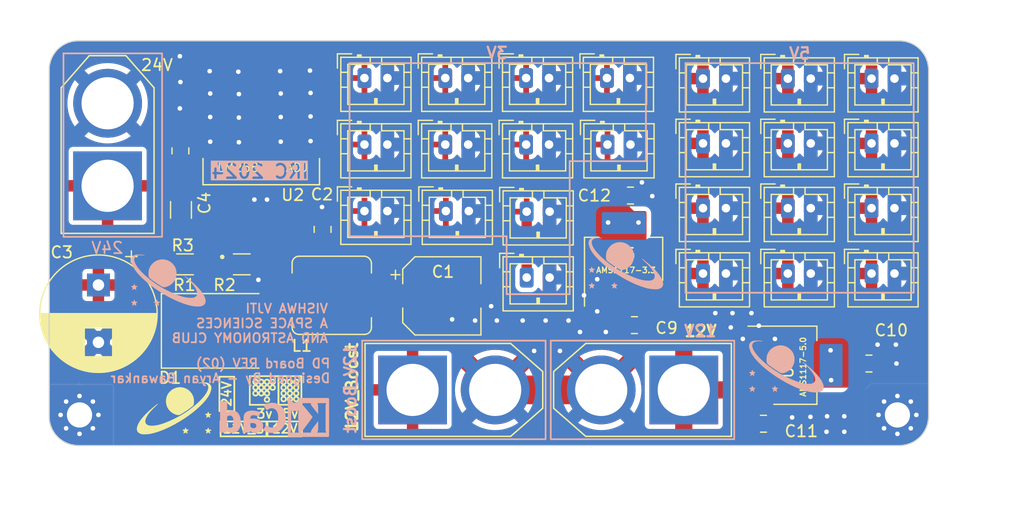
<source format=kicad_pcb>
(kicad_pcb (version 20221018) (generator pcbnew)
  (title_block (title "Power Distribution Board") (date "2023-12-03") (rev "V04") (company "Vishwa VJTI") (comment 1 "Author: Aryan Bawankar"))
  (layers (0 "F.Cu" signal) (31 "B.Cu" signal) (34 "B.Paste" user) (35 "F.Paste" user) (36 "B.SilkS" user "B.Silkscreen") (37 "F.SilkS" user "F.Silkscreen") (38 "B.Mask" user) (39 "F.Mask" user) (44 "Edge.Cuts" user))
  (net 0 "")
  (net 1 "+12V")
  (net 2 "GND")
  (net 3 "/24V")
  (net 4 "Net-(C4-Pad1)")
  (net 5 "/5V")
  (net 6 "/3.3V")
  (net 7 "Net-(D1-A)")
  (net 8 "/fb_24")
  (net 9 "/comp")
  (net 10 "/Vin_Boost")
  (footprint "Resistor_SMD:R_1206_3216Metric" (layer "F.Cu") (at 207.5 91.85)
    (fp_text reference "R2" (at -1.5 1.8) (layer "F.SilkS"))
    (fp_text value "2k")
    (pad "1" smd roundrect (at -1.4625 0) (size 1.125 1.75) (layers "F.Cu" "F.Paste" "F.Mask") (roundrect_rratio 0.2222222222) (net 8 "/fb_24"))
    (pad "2" smd roundrect (at 1.4625 0) (size 1.125 1.75) (layers "F.Cu" "F.Paste" "F.Mask") (roundrect_rratio 0.2222222222) (net 2 "GND"))
  )
  (footprint "Inductor_SMD:L_Bourns_SRP7028A_7.3x6.6mm" (layer "F.Cu") (at 215.35 94.55 180)
    (fp_text reference "L1" (at 2.6 -4.4) (layer "F.SilkS"))
    (fp_text value "33uH")
    (pad "1" smd rect (at -2.725 0 180) (size 2.95 3.5) (layers "F.Cu" "F.Paste" "F.Mask") (net 10 "/Vin_Boost"))
    (pad "2" smd rect (at 2.725 0 180) (size 2.95 3.5) (layers "F.Cu" "F.Paste" "F.Mask") (net 7 "Net-(D1-A)"))
  )
  (footprint "Connector_JST:JST_PH_B2B-PH-K_1x02_P2.00mm_Vertical" (layer "F.Cu") (at 239.4 81.4)
    (fp_text reference "P16" hide)
    (fp_text value "B2B-PH-K")
    (pad "1" thru_hole roundrect (at 0 0) (size 1.2 1.75) (drill 0.75) (layers "*.Cu" "*.Mask") (roundrect_rratio 0.2083333333) (net 6 "/3.3V"))
    (pad "2" thru_hole oval (at 2 0) (size 1.2 1.75) (drill 0.75) (layers "*.Cu" "*.Mask") (net 2 "GND"))
  )
  (footprint "Connector_JST:JST_PH_B2B-PH-K_1x02_P2.00mm_Vertical" (layer "F.Cu") (at 255.125 86.95)
    (fp_text reference "P19" hide)
    (fp_text value "B2B-PH-K")
    (pad "1" thru_hole roundrect (at 0 0) (size 1.2 1.75) (drill 0.75) (layers "*.Cu" "*.Mask") (roundrect_rratio 0.2083333333) (net 5 "/5V"))
    (pad "2" thru_hole oval (at 2 0) (size 1.2 1.75) (drill 0.75) (layers "*.Cu" "*.Mask") (net 2 "GND"))
  )
  (footprint "XT60-M:AMASS_XT60-M" (layer "F.Cu") (at 242.45 102.8 180)
    (fp_text reference "J1" hide)
    (fp_text value "XT60PW-M")
    (pad "N" thru_hole circle (at 3.6 0 180) (size 6 6) (drill 4.55) (layers "*.Cu" "*.Mask") (net 2 "GND"))
    (pad "P" thru_hole rect (at -3.6 0 180) (size 6 6) (drill 4.55) (layers "*.Cu" "*.Mask") (net 1 "+12V"))
  )
  (footprint "MountingHole:MountingHole_2.2mm_M2_Pad_Via" (layer "F.Cu") (at 193.35 104.983274)
    (fp_text reference "H2" hide)
    (fp_text value "MountingHole_Pad")
    (pad "1" thru_hole circle (at -1.65 0) (size 0.7 0.7) (drill 0.4) (layers "*.Cu" "*.Mask") (net 2 "GND"))
    (pad "1" thru_hole circle (at -1.166726 -1.166726) (size 0.7 0.7) (drill 0.4) (layers "*.Cu" "*.Mask") (net 2 "GND"))
    (pad "1" thru_hole circle (at -1.166726 1.166726) (size 0.7 0.7) (drill 0.4) (layers "*.Cu" "*.Mask") (net 2 "GND"))
    (pad "1" thru_hole circle (at 0 -1.65) (size 0.7 0.7) (drill 0.4) (layers "*.Cu" "*.Mask") (net 2 "GND"))
    (pad "1" thru_hole circle (at 0 0) (size 4.4 4.4) (drill 2.2) (layers "*.Cu" "*.Mask") (net 2 "GND"))
    (pad "1" thru_hole circle (at 0 1.65) (size 0.7 0.7) (drill 0.4) (layers "*.Cu" "*.Mask") (net 2 "GND"))
    (pad "1" thru_hole circle (at 1.166726 -1.166726) (size 0.7 0.7) (drill 0.4) (layers "*.Cu" "*.Mask") (net 2 "GND"))
    (pad "1" thru_hole circle (at 1.166726 1.166726) (size 0.7 0.7) (drill 0.4) (layers "*.Cu" "*.Mask") (net 2 "GND"))
    (pad "1" thru_hole circle (at 1.65 0) (size 0.7 0.7) (drill 0.4) (layers "*.Cu" "*.Mask") (net 2 "GND"))
  )
  (footprint "Connector_JST:JST_PH_B2B-PH-K_1x02_P2.00mm_Vertical" (layer "F.Cu") (at 262.425 86.95)
    (fp_text reference "P7" hide)
    (fp_text value "B2B-PH-K")
    (pad "1" thru_hole roundrect (at 0 0) (size 1.2 1.75) (drill 0.75) (layers "*.Cu" "*.Mask") (roundrect_rratio 0.2083333333) (net 5 "/5V"))
    (pad "2" thru_hole oval (at 2 0) (size 1.2 1.75) (drill 0.75) (layers "*.Cu" "*.Mask") (net 2 "GND"))
  )
  (footprint "Resistor_SMD:R_1206_3216Metric" (layer "F.Cu") (at 202.55 91.85)
    (fp_text reference "R1" (at -0.05 1.8) (layer "F.SilkS"))
    (fp_text value "36.9k")
    (pad "1" smd roundrect (at -1.4625 0) (size 1.125 1.75) (layers "F.Cu" "F.Paste" "F.Mask") (roundrect_rratio 0.2222222222) (net 3 "/24V"))
    (pad "2" smd roundrect (at 1.4625 0) (size 1.125 1.75) (layers "F.Cu" "F.Paste" "F.Mask") (roundrect_rratio 0.2222222222) (net 8 "/fb_24"))
  )
  (footprint "Logos:VISHWA_3" (layer "F.Cu") (at 201.6 104.4)
    (fp_text reference "G***" hide)
    (fp_text value "LOGO" hide)
  )
  (footprint "Connector_JST:JST_PH_B2B-PH-K_1x02_P2.00mm_Vertical" (layer "F.Cu") (at 232.35 93)
    (fp_text reference "P24" hide)
    (fp_text value "B2B-PH-K")
    (pad "1" thru_hole roundrect (at 0 0) (size 1.2 1.75) (drill 0.75) (layers "*.Cu" "*.Mask") (roundrect_rratio 0.2083333333) (net 6 "/3.3V"))
    (pad "2" thru_hole oval (at 2 0) (size 1.2 1.75) (drill 0.75) (layers "*.Cu" "*.Mask") (net 2 "GND"))
  )
  (footprint "Connector_JST:JST_PH_B2B-PH-K_1x02_P2.00mm_Vertical" (layer "F.Cu") (at 247.725 81.3)
    (fp_text reference "P26" hide)
    (fp_text value "B2B-PH-K")
    (pad "1" thru_hole roundrect (at 0 0) (size 1.2 1.75) (drill 0.75) (layers "*.Cu" "*.Mask") (roundrect_rratio 0.2083333333) (net 5 "/5V"))
    (pad "2" thru_hole oval (at 2 0) (size 1.2 1.75) (drill 0.75) (layers "*.Cu" "*.Mask") (net 2 "GND"))
  )
  (footprint "Connector_JST:JST_PH_B2B-PH-K_1x02_P2.00mm_Vertical" (layer "F.Cu") (at 218.2 81.4)
    (fp_text reference "P13" hide)
    (fp_text value "B2B-PH-K")
    (pad "1" thru_hole roundrect (at 0 0) (size 1.2 1.75) (drill 0.75) (layers "*.Cu" "*.Mask") (roundrect_rratio 0.2083333333) (net 6 "/3.3V"))
    (pad "2" thru_hole oval (at 2 0) (size 1.2 1.75) (drill 0.75) (layers "*.Cu" "*.Mask") (net 2 "GND"))
  )
  (footprint "MountingHole:MountingHole_2.2mm_M2_Pad_Via" (layer "F.Cu") (at 264.683274 104.983274)
    (fp_text reference "H1" hide)
    (fp_text value "MountingHole_Pad")
    (pad "1" thru_hole circle (at -1.65 0) (size 0.7 0.7) (drill 0.4) (layers "*.Cu" "*.Mask") (net 2 "GND"))
    (pad "1" thru_hole circle (at -1.166726 -1.166726) (size 0.7 0.7) (drill 0.4) (layers "*.Cu" "*.Mask") (net 2 "GND"))
    (pad "1" thru_hole circle (at -1.166726 1.166726) (size 0.7 0.7) (drill 0.4) (layers "*.Cu" "*.Mask") (net 2 "GND"))
    (pad "1" thru_hole circle (at 0 -1.65) (size 0.7 0.7) (drill 0.4) (layers "*.Cu" "*.Mask") (net 2 "GND"))
    (pad "1" thru_hole circle (at 0 0) (size 4.4 4.4) (drill 2.2) (layers "*.Cu" "*.Mask") (net 2 "GND"))
    (pad "1" thru_hole circle (at 0 1.65) (size 0.7 0.7) (drill 0.4) (layers "*.Cu" "*.Mask") (net 2 "GND"))
    (pad "1" thru_hole circle (at 1.166726 -1.166726) (size 0.7 0.7) (drill 0.4) (layers "*.Cu" "*.Mask") (net 2 "GND"))
    (pad "1" thru_hole circle (at 1.166726 1.166726) (size 0.7 0.7) (drill 0.4) (layers "*.Cu" "*.Mask") (net 2 "GND"))
    (pad "1" thru_hole circle (at 1.65 0) (size 0.7 0.7) (drill 0.4) (layers "*.Cu" "*.Mask") (net 2 "GND"))
  )
  (footprint "Connector_JST:JST_PH_B2B-PH-K_1x02_P2.00mm_Vertical" (layer "F.Cu") (at 255.125 75.65)
    (fp_text reference "P17" hide)
    (fp_text value "B2B-PH-K")
    (pad "1" thru_hole roundrect (at 0 0) (size 1.2 1.75) (drill 0.75) (layers "*.Cu" "*.Mask") (roundrect_rratio 0.2083333333) (net 5 "/5V"))
    (pad "2" thru_hole oval (at 2 0) (size 1.2 1.75) (drill 0.75) (layers "*.Cu" "*.Mask") (net 2 "GND"))
  )
  (footprint "Package_TO_SOT_SMD:SOT-223-3_TabPin2" (layer "F.Cu") (at 240.8 91.4 90)
    (fp_text reference "U5" (at 0.45 0.05 180) (layer "F.SilkS"))
    (fp_text value "AMS1117-3.3")
    (fp_text user "AMS1117-3.3" (at -1.25 -2.45 unlocked) (layer "F.SilkS") (effects (font (size 0.5 0.5) (thickness 0.1)) (justify left bottom)))
    (pad "1" smd rect (at -3.15 -2.3 90) (size 2 1.5) (layers "F.Cu" "F.Paste" "F.Mask") (net 2 "GND"))
    (pad "2" smd rect (at -3.15 0 90) (size 2 1.5) (layers "F.Cu" "F.Paste" "F.Mask") (net 6 "/3.3V"))
    (pad "2" smd rect (at 3.15 0 90) (size 2 3.8) (layers "F.Cu" "F.Paste" "F.Mask") (net 6 "/3.3V"))
    (pad "3" smd rect (at -3.15 2.3 90) (size 2 1.5) (layers "F.Cu" "F.Paste" "F.Mask") (net 1 "+12V"))
  )
  (footprint "Capacitor_SMD:C_0805_2012Metric" (layer "F.Cu") (at 214.55 88.8 90)
    (fp_text reference "C2" (at 3.05 -0.05 180) (layer "F.SilkS"))
    (fp_text value "0.1uF")
    (pad "1" smd roundrect (at -0.95 0 90) (size 1 1.45) (layers "F.Cu" "F.Paste" "F.Mask") (net 10 "/Vin_Boost"))
    (pad "2" smd roundrect (at 0.95 0 90) (size 1 1.45) (layers "F.Cu" "F.Paste" "F.Mask") (net 2 "GND"))
  )
  (footprint "Connector_JST:JST_PH_B2B-PH-K_1x02_P2.00mm_Vertical" (layer "F.Cu") (at 218.2 87.2)
    (fp_text reference "P21" hide)
    (fp_text value "B2B-PH-K")
    (pad "1" thru_hole roundrect (at 0 0) (size 1.2 1.75) (drill 0.75) (layers "*.Cu" "*.Mask") (roundrect_rratio 0.2083333333) (net 6 "/3.3V"))
    (pad "2" thru_hole oval (at 2 0) (size 1.2 1.75) (drill 0.75) (layers "*.Cu" "*.Mask") (net 2 "GND"))
  )
  (footprint "Connector_JST:JST_PH_B2B-PH-K_1x02_P2.00mm_Vertical" (layer "F.Cu") (at 247.725 75.65)
    (fp_text reference "P25" hide)
    (fp_text value "B2B-PH-K")
    (pad "1" thru_hole roundrect (at 0 0) (size 1.2 1.75) (drill 0.75) (layers "*.Cu" "*.Mask") (roundrect_rratio 0.2083333333) (net 5 "/5V"))
    (pad "2" thru_hole oval (at 2 0) (size 1.2 1.75) (drill 0.75) (layers "*.Cu" "*.Mask") (net 2 "GND"))
  )
  (footprint "Connector_JST:JST_PH_B2B-PH-K_1x02_P2.00mm_Vertical" (layer "F.Cu") (at 232.35 87.25)
    (fp_text reference "P23" hide)
    (fp_text value "B2B-PH-K")
    (pad "1" thru_hole roundrect (at 0 0) (size 1.2 1.75) (drill 0.75) (layers "*.Cu" "*.Mask") (roundrect_rratio 0.2083333333) (net 6 "/3.3V"))
    (pad "2" thru_hole oval (at 2 0) (size 1.2 1.75) (drill 0.75) (layers "*.Cu" "*.Mask") (net 2 "GND"))
  )
  (footprint "Connector_JST:JST_PH_B2B-PH-K_1x02_P2.00mm_Vertical" (layer "F.Cu") (at 239.35 75.6)
    (fp_text reference "P4" hide)
    (fp_text value "B2B-PH-K")
    (pad "1" thru_hole roundrect (at 0 0) (size 1.2 1.75) (drill 0.75) (layers "*.Cu" "*.Mask") (roundrect_rratio 0.2083333333) (net 6 "/3.3V"))
    (pad "2" thru_hole oval (at 2 0) (size 1.2 1.75) (drill 0.75) (layers "*.Cu" "*.Mask") (net 2 "GND"))
  )
  (footprint "Connector_JST:JST_PH_B2B-PH-K_1x02_P2.00mm_Vertical" (layer "F.Cu") (at 225.3 87.2)
    (fp_text reference "P22" hide)
    (fp_text value "B2B-PH-K")
    (pad "1" thru_hole roundrect (at 0 0) (size 1.2 1.75) (drill 0.75) (layers "*.Cu" "*.Mask") (roundrect_rratio 0.2083333333) (net 6 "/3.3V"))
    (pad "2" thru_hole oval (at 2 0) (size 1.2 1.75) (drill 0.75) (layers "*.Cu" "*.Mask") (net 2 "GND"))
  )
  (footprint "Connector_JST:JST_PH_B2B-PH-K_1x02_P2.00mm_Vertical" (layer "F.Cu") (at 225.25 81.4)
    (fp_text reference "P14" hide)
    (fp_text value "B2B-PH-K")
    (pad "1" thru_hole roundrect (at 0 0) (size 1.2 1.75) (drill 0.75) (layers "*.Cu" "*.Mask") (roundrect_rratio 0.2083333333) (net 6 "/3.3V"))
    (pad "2" thru_hole oval (at 2 0) (size 1.2 1.75) (drill 0.75) (layers "*.Cu" "*.Mask") (net 2 "GND"))
  )
  (footprint "Capacitor_SMD:C_0805_2012Metric" (layer "F.Cu") (at 202.15 81.95 90)
    (fp_text reference "C4" (at -4.55 2.1 90) (layer "F.SilkS"))
    (fp_text value "0.68uF")
    (pad "1" smd roundrect (at -0.95 0 90) (size 1 1.45) (layers "F.Cu" "F.Paste" "F.Mask") (net 4 "Net-(C4-Pad1)"))
    (pad "2" smd roundrect (at 0.95 0 90) (size 1 1.45) (layers "F.Cu" "F.Paste" "F.Mask") (net 2 "GND"))
  )
  (footprint "Capacitor_SMD:CP_Elec_6.3x7.7" (layer "F.Cu") (at 224.95 94.6)
    (fp_text reference "C1" (at 0.1 -2.1) (layer "F.SilkS"))
    (fp_text value "100uF")
    (pad "1" smd roundrect (at -2.7 0) (size 3.5 1.6) (layers "F.Cu" "F.Paste" "F.Mask") (roundrect_rratio 0.15625) (net 10 "/Vin_Boost"))
    (pad "2" smd roundrect (at 2.7 0) (size 3.5 1.6) (layers "F.Cu" "F.Paste" "F.Mask") (roundrect_rratio 0.15625) (net 2 "GND"))
  )
  (footprint "Connector_JST:JST_PH_B2B-PH-K_1x02_P2.00mm_Vertical" (layer "F.Cu") (at 247.725 92.65)
    (fp_text reference "P28" hide)
    (fp_text value "B2B-PH-K")
    (pad "1" thru_hole roundrect (at 0 0) (size 1.2 1.75) (drill 0.75) (layers "*.Cu" "*.Mask") (roundrect_rratio 0.2083333333) (net 5 "/5V"))
    (pad "2" thru_hole oval (at 2 0) (size 1.2 1.75) (drill 0.75) (layers "*.Cu" "*.Mask") (net 2 "GND"))
  )
  (footprint "XT60-M:AMASS_XT60-M" (layer "F.Cu") (at 195.8 81.4 90)
    (fp_text reference "J2" hide)
    (fp_text value "XT60PW-M")
    (pad "N" thru_hole circle (at 3.6 0 90) (size 6 6) (drill 4.55) (layers "*.Cu" "*.Mask") (net 2 "GND"))
    (pad "P" thru_hole rect (at -3.6 0 90) (size 6 6) (drill 4.55) (layers "*.Cu" "*.Mask") (net 3 "/24V"))
  )
  (footprint "Capacitor_THT:CP_Radial_D10.0mm_P5.00mm" (layer "F.Cu") (at 195 93.65 -90)
    (fp_text reference "C3" (at -2.85 3.2) (layer "F.SilkS"))
    (fp_text value "1000uF")
    (pad "1" thru_hole rect (at 0 0 270) (size 2 2) (drill 1) (layers "*.Cu" "*.Mask") (net 3 "/24V"))
    (pad "2" thru_hole circle (at 5 0 270) (size 2 2) (drill 1) (layers "*.Cu" "*.Mask") (net 2 "GND"))
  )
  (footprint "Connector_JST:JST_PH_B2B-PH-K_1x02_P2.00mm_Vertical" (layer "F.Cu") (at 247.725 86.95)
    (fp_text reference "P27" hide)
    (fp_text value "B2B-PH-K")
    (pad "1" thru_hole roundrect (at 0 0) (size 1.2 1.75) (drill 0.75) (layers "*.Cu" "*.Mask") (roundrect_rratio 0.2083333333) (net 5 "/5V"))
    (pad "2" thru_hole oval (at 2 0) (size 1.2 1.75) (drill 0.75) (layers "*.Cu" "*.Mask") (net 2 "GND"))
  )
  (footprint "Diode_SMD:D_SMC" (layer "F.Cu") (at 205.4 97.65)
    (fp_text reference "D1" (at -4.15 4.1) (layer "F.SilkS"))
    (fp_text value "MBR745")
    (pad "1" smd roundrect (at -3.4 0 90) (size 3.3 2.5) (layers "F.Cu" "F.Paste" "F.Mask") (roundrect_rratio 0.1) (net 3 "/24V"))
    (pad "2" smd roundrect (at 3.4 0 90) (size 3.3 2.5) (layers "F.Cu" "F.Paste" "F.Mask") (roundrect_rratio 0.1) (net 7 "Net-(D1-A)"))
  )
  (footprint "Capacitor_SMD:C_0805_2012Metric" (layer "F.Cu") (at 253 105.75)
    (fp_text reference "C11" (at 3.3 0.65) (layer "F.SilkS"))
    (fp_text value "10 uF")
    (pad "1" smd roundrect (at -0.95 0) (size 1 1.45) (layers "F.Cu" "F.Paste" "F.Mask") (net 1 "+12V"))
    (pad "2" smd roundrect (at 0.95 0) (size 1 1.45) (layers "F.Cu" "F.Paste" "F.Mask") (net 2 "GND"))
  )
  (footprint "Capacitor_SMD:C_0805_2012Metric" (layer "F.Cu") (at 241.75 97.15 180)
    (fp_text reference "C9" (at -2.8 -0.25 180) (layer "F.SilkS"))
    (fp_text value "10 uF")
    (pad "1" smd roundrect (at -0.95 0 180) (size 1 1.45) (layers "F.Cu" "F.Paste" "F.Mask") (net 1 "+12V"))
    (pad "2" smd roundrect (at 0.95 0 180) (size 1 1.45) (layers "F.Cu" "F.Paste" "F.Mask") (net 2 "GND"))
  )
  (footprint "Connector_JST:JST_PH_B2B-PH-K_1x02_P2.00mm_Vertical" (layer "F.Cu") (at 225.25 75.6)
    (fp_text reference "P2" hide)
    (fp_text value "B2B-PH-K")
    (pad "1" thru_hole roundrect (at 0 0) (size 1.2 1.75) (drill 0.75) (layers "*.Cu" "*.Mask") (roundrect_rratio 0.2083333333) (net 6 "/3.3V"))
    (pad "2" thru_hole oval (at 2 0) (size 1.2 1.75) (drill 0.75) (layers "*.Cu" "*.Mask") (net 2 "GND"))
  )
  (footprint "Connector_JST:JST_PH_B2B-PH-K_1x02_P2.00mm_Vertical" (layer "F.Cu") (at 218.2 75.6)
    (fp_text reference "P1" hide)
    (fp_text value "B2B-PH-K")
    (pad "1" thru_hole roundrect (at 0 0) (size 1.2 1.75) (drill 0.75) (layers "*.Cu" "*.Mask") (roundrect_rratio 0.2083333333) (net 6 "/3.3V"))
    (pad "2" thru_hole oval (at 2 0) (size 1.2 1.75) (drill 0.75) (layers "*.Cu" "*.Mask") (net 2 "GND"))
  )
  (footprint "Capacitor_SMD:C_0805_2012Metric" (layer "F.Cu") (at 262.2 100.5)
    (fp_text reference "C10" (at 1.95 -2.9) (layer "F.SilkS"))
    (fp_text value "10 uF")
    (pad "1" smd roundrect (at -0.95 0) (size 1 1.45) (layers "F.Cu" "F.Paste" "F.Mask") (net 5 "/5V"))
    (pad "2" smd roundrect (at 0.95 0) (size 1 1.45) (layers "F.Cu" "F.Paste" "F.Mask") (net 2 "GND"))
  )
  (footprint "Connector_JST:JST_PH_B2B-PH-K_1x02_P2.00mm_Vertical" (layer "F.Cu") (at 262.425 75.65)
    (fp_text reference "P5" hide)
    (fp_text value "B2B-PH-K")
    (pad "1" thru_hole roundrect (at 0 0) (size 1.2 1.75) (drill 0.75) (layers "*.Cu" "*.Mask") (roundrect_rratio 0.2083333333) (net 5 "/5V"))
    (pad "2" thru_hole oval (at 2 0) (size 1.2 1.75) (drill 0.75) (layers "*.Cu" "*.Mask") (net 2 "GND"))
  )
  (footprint "Connector_JST:JST_PH_B2B-PH-K_1x02_P2.00mm_Vertical" (layer "F.Cu") (at 255.125 81.3)
    (fp_text reference "P18" hide)
    (fp_text value "B2B-PH-K")
    (pad "1" thru_hole roundrect (at 0 0) (size 1.2 1.75) (drill 0.75) (layers "*.Cu" "*.Mask") (roundrect_rratio 0.2083333333) (net 5 "/5V"))
    (pad "2" thru_hole oval (at 2 0) (size 1.2 1.75) (drill 0.75) (layers "*.Cu" "*.Mask") (net 2 "GND"))
  )
  (footprint "Resistor_SMD:R_1206_3216Metric" (layer "F.Cu") (at 202.2 87.1 90)
    (fp_text reference "R3" (at -3.1 0.15) (layer "F.SilkS"))
    (fp_text value "3k")
    (pad "1" smd roundrect (at -1.4625 0 90) (size 1.125 1.75) (layers "F.Cu" "F.Paste" "F.Mask") (roundrect_rratio 0.2222222222) (net 9 "/comp"))
    (pad "2" smd roundrect (at 1.4625 0 90) (size 1.125 1.75) (layers "F.Cu" "F.Paste" "F.Mask") (roundrect_rratio 0.2222222222) (net 4 "Net-(C4-Pad1)"))
  )
  (footprint "Package_TO_SOT_SMD:SOT-223-3_TabPin2" (layer "F.Cu") (at 255.75 100.65)
    (fp_text reference "U4" (at -0.65 0.15 -90) (layer "F.SilkS"))
    (fp_text value "AMS1117-5.0")
    (fp_text user "AMS1117-5.0" (at 1 2.8 90 unlocked) (layer "F.SilkS") (effects (font (size 0.5 0.5) (thickness 0.1)) (justify left bottom)))
    (pad "1" smd rect (at -3.15 -2.3) (size 2 1.5) (layers "F.Cu" "F.Paste" "F.Mask") (net 2 "GND"))
    (pad "2" smd rect (at -3.15 0) (size 2 1.5) (layers "F.Cu" "F.Paste" "F.Mask") (net 5 "/5V"))
    (pad "2" smd rect (at 3.15 0) (size 2 3.8) (layers "F.Cu" "F.Paste" "F.Mask") (net 5 "/5V"))
    (pad "3" smd rect (at -3.15 2.3) (size 2 1.5) (layers "F.Cu" "F.Paste" "F.Mask") (net 1 "+12V"))
  )
  (footprint "Connector_JST:JST_PH_B2B-PH-K_1x02_P2.00mm_Vertical" (layer "F.Cu") (at 232.3 75.6)
    (fp_text reference "P3" hide)
    (fp_text value "B2B-PH-K")
    (pad "1" thru_hole roundrect (at 0 0) (size 1.2 1.75) (drill 0.75) (layers "*.Cu" "*.Mask") (roundrect_rratio 0.2083333333) (net 6 "/3.3V"))
    (pad "2" thru_hole oval (at 2 0) (size 1.2 1.75) (drill 0.75) (layers "*.Cu" "*.Mask") (net 2 "GND"))
  )
  (footprint "Connector_JST:JST_PH_B2B-PH-K_1x02_P2.00mm_Vertical" (layer "F.Cu") (at 232.3 81.4)
    (fp_text reference "P15" hide)
    (fp_text value "B2B-PH-K")
    (pad "1" thru_hole roundrect (at 0 0) (size 1.2 1.75) (drill 0.75) (layers "*.Cu" "*.Mask") (roundrect_rratio 0.2083333333) (net 6 "/3.3V"))
    (pad "2" thru_hole oval (at 2 0) (size 1.2 1.75) (drill 0.75) (layers "*.Cu" "*.Mask") (net 2 "GND"))
  )
  (footprint "Connector_JST:JST_PH_B2B-PH-K_1x02_P2.00mm_Vertical" (layer "F.Cu") (at 255.125 92.65)
    (fp_text reference "P20" hide)
    (fp_text value "B2B-PH-K")
    (pad "1" thru_hole roundrect (at 0 0) (size 1.2 1.75) (drill 0.75) (layers "*.Cu" "*.Mask") (roundrect_rratio 0.2083333333) (net 5 "/5V"))
    (pad "2" thru_hole oval (at 2 0) (size 1.2 1.75) (drill 0.75) (layers "*.Cu" "*.Mask") (net 2 "GND"))
  )
  (footprint "Connector_JST:JST_PH_B2B-PH-K_1x02_P2.00mm_Vertical" (layer "F.Cu") (at 262.425 92.65)
    (fp_text reference "P8" hide)
    (fp_text value "B2B-PH-K")
    (pad "1" thru_hole roundrect (at 0 0) (size 1.2 1.75) (drill 0.75) (layers "*.Cu" "*.Mask") (roundrect_rratio 0.2083333333) (net 5 "/5V"))
    (pad "2" thru_hole oval (at 2 0) (size 1.2 1.75) (drill 0.75) (layers "*.Cu" "*.Mask") (net 2 "GND"))
  )
  (footprint "Capacitor_SMD:C_0805_2012Metric" (layer "F.Cu") (at 241.4 85.85)
    (fp_text reference "C12" (at -3.15 0) (layer "F.SilkS"))
    (fp_text value "10 uF")
    (pad "1" smd roundrect (at -0.95 0) (size 1 1.45) (layers "F.Cu" "F.Paste" "F.Mask") (net 6 "/3.3V"))
    (pad "2" smd roundrect (at 0.95 0) (size 1 1.45) (layers "F.Cu" "F.Paste" "F.Mask") (net 2 "GND"))
  )
  (footprint "XT60-M:AMASS_XT60-M" (layer "F.Cu") (at 226 102.8)
    (fp_text reference "J7" hide)
    (fp_text value "XT60PW-M")
    (pad "N" thru_hole circle (at 3.6 0) (size 6 6) (drill 4.55) (layers "*.Cu" "*.Mask") (net 2 "GND"))
    (pad "P" thru_hole rect (at -3.6 0) (size 6 6) (drill 4.55) (layers "*.Cu" "*.Mask") (net 10 "/Vin_Boost"))
  )
  (footprint "LM2587S-ADJ:VREG_TPS79625KTTR" (layer "F.Cu") (at 209.2 78 90)
    (fp_text reference "U2" (at -7.8 2.75 180) (layer "F.SilkS"))
    (fp_text value "LM2587S-ADJ")
    (fp_text user "LM2587S-ADJ" (at -5.85 -3.9 unlocked) (layer "F.SilkS") (effects (font (size 0.75 0.75) (thickness 0.1)) (justify left bottom)))
    (pad "1" smd rect (at -10.6 -3.4 90) (size 3.4 1) (layers "F.Cu") (net 9 "/comp"))
    (pad "2" smd rect (at -10.6 -1.7 90) (size 3.4 1) (layers "F.Cu") (net 8 "/fb_24"))
    (pad "3" smd rect (at -10.6 0 90) (size 3.4 1) (layers "F.Cu") (net 2 "GND"))
    (pad "4" smd rect (at -10.6 1.7 90) (size 3.4 1) (layers "F.Cu") (net 7 "Net-(D1-A)"))
    (pad "5" smd rect (at -10.6 3.4 90) (size 3.4 1) (layers "F.Cu") (net 10 "/Vin_Boost"))
    (pad "6" smd rect (at 0 0 90) (size 8.6 10.7) (layers "F.Cu") (net 2 "GND"))
  )
  (footprint "Connector_JST:JST_PH_B2B-PH-K_1x02_P2.00mm_Vertical" (layer "F.Cu") (at 262.425 81.3)
    (fp_text reference "P6" hide)
    (fp_text value "B2B-PH-K")
    (pad "1" thru_hole roundrect (at 0 0) (size 1.2 1.75) (drill 0.75) (layers "*.Cu" "*.Mask") (roundrect_rratio 0.2083333333) (net 5 "/5V"))
    (pad "2" thru_hole oval (at 2 0) (size 1.2 1.75) (drill 0.75) (layers "*.Cu" "*.Mask") (net 2 "GND"))
  )
  (footprint "Logos:VISHWA_3" (layer "B.Cu") (at 201.1 93.25 180)
    (fp_text reference "G***" hide)
    (fp_text value "LOGO" hide)
  )
  (footprint "Logos:VISHWA_3" (layer "B.Cu") (at 241 91.75 180)
    (fp_text reference "G***" hide)
    (fp_text value "LOGO" hide)
  )
  (footprint "Logos:VISHWA_3" (layer "B.Cu") (at 255 100.75 180)
    (fp_text reference "G***" hide)
    (fp_text value "LOGO" hide)
  )
  (footprint "LOGO" (layer "B.Cu") (at 210.35 105.034348 180)
    (fp_text reference "G***" hide)
    (fp_text value "LOGO" hide)
  )
  (gr_line (start 216.9 89.4) (end 216.9 89.1) (stroke (width 0.15)) (layer "B.SilkS"))
  (gr_line (start 242.75 74.3) (end 242.75 82.85) (stroke (width 0.15)) (layer "B.SilkS"))
  (gr_line (start 236.1 94.45) (end 230.6 94.45) (stroke (width 0.15)) (layer "B.SilkS"))
  (gr_line (start 230.6 89.4) (end 216.9 89.4) (stroke (width 0.15)) (layer "B.SilkS"))
  (gr_rect (start 218 98.5) (end 234 107.1) (stroke (width 0.15)) (fill none) (layer "B.SilkS"))
  (gr_line (start 216.9 74.3) (end 216.9 89.1) (stroke (width 0.15)) (layer "B.SilkS"))
  (gr_line (start 236.1 82.85) (end 236.1 94.45) (stroke (width 0.15)) (layer "B.SilkS"))
  (gr_rect (start 234.45 98.5) (end 250.45 107.1) (stroke (width 0.15)) (fill none) (layer "B.SilkS"))
  (gr_rect (start 191.95 73.45) (end 200.55 89.45) (stroke (width 0.15)) (fill none) (layer "B.SilkS"))
  (gr_rect (start 246.2 74.3) (end 266.1 94.325) (stroke (width 0.15)) (fill none) (layer "B.SilkS"))
  (gr_line (start 242.75 74.3) (end 216.9 74.3) (stroke (width 0.15)) (layer "B.SilkS"))
  (gr_line (start 242.75 82.85) (end 236.1 82.85) (stroke (width 0.15)) (layer "B.SilkS"))
  (gr_line (start 230.6 94.45) (end 230.6 89.4) (stroke (width 0.15)) (layer "B.SilkS"))
  (gr_circle (center 212.25 103.1) (end 212.25 102.9) (stroke (width 0.15)) (fill none) (layer "F.SilkS"))
  (gr_line (start 210.7 104.1) (end 210.7 101.6) (stroke (width 0.15)) (layer "F.SilkS"))
  (gr_circle (center 211.7 102.1) (end 211.7 101.9) (stroke (width 0.15)) (fill none) (layer "F.SilkS"))
  (gr_circle (center 212.25 103.6) (end 212.25 103.4) (stroke (width 0.15)) (fill none) (layer "F.SilkS"))
  (gr_circle (center 208.7 102.1) (end 208.9 102.1) (stroke (width 0.15)) (fill none) (layer "F.SilkS"))
  (gr_circle (center 211.7 103.1) (end 211.7 102.9) (stroke (width 0.15)) (fill none) (layer "F.SilkS"))
  (gr_circle (center 208.7 103.1) (end 208.9 103.1) (stroke (width 0.15)) (fill none) (layer "F.SilkS"))
  (gr_circle (center 211.15 103.1) (end 211.15 102.9) (stroke (width 0.15)) (fill none) (layer "F.SilkS"))
  (gr_circle (center 210.2 102.1) (end 210.4 102.1) (stroke (width 0.15)) (fill none) (layer "F.SilkS"))
  (gr_circle (center 212.25 102.6) (end 212.25 102.4) (stroke (width 0.15)) (fill none) (layer "F.SilkS"))
  (gr_circle (center 209.7 103.65) (end 209.9 103.65) (stroke (width 0.15)) (fill none) (layer "F.SilkS"))
  (gr_rect (start 209.75 105.55) (end 212.75 106.85) (stroke (width 0.15)) (fill none) (layer "F.SilkS"))
  (gr_rect (start 205.55 101.65) (end 206.85 104.65) (stroke (width 0.15)) (fill none) (layer "F.SilkS"))
  (gr_line (start 212.7 104.1) (end 212.7 101.6) (stroke (width 0.15)) (layer "F.SilkS"))
  (gr_circle (center 209.2 103.1) (end 209.4 103.1) (stroke (width 0.15)) (fill none) (layer "F.SilkS"))
  (gr_line (start 212.45 101.6) (end 210.7 101.6) (stroke (width 0.15)) (layer "F.SilkS"))
  (gr_circle (center 209.7 102.1) (end 209.9 102.1) (stroke (width 0.15)) (fill none) (layer "F.SilkS"))
  (gr_circle (center 209.2 102.6) (end 209.4 102.6) (stroke (width 0.15)) (fill none) (layer "F.SilkS"))
  (gr_circle (center 209.2 102.1) (end 209.4 102.1) (stroke (width 0.15)) (fill none) (layer "F.SilkS"))
  (gr_circle (center 211.15 102.1) (end 211.15 101.9) (stroke (width 0.15)) (fill none) (layer "F.SilkS"))
  (gr_circle (center 211.7 103.6) (end 211.7 103.4) (stroke (width 0.15)) (fill none) (layer "F.SilkS"))
  (gr_line (start 208.2 101.85) (end 208.2 104.1) (stroke (width 0.15)) (layer "F.SilkS"))
  (gr_circle (center 210.2 102.6) (end 210.4 102.6) (stroke (width 0.15)) (fill none) (layer "F.SilkS"))
  (gr_circle (center 209.7 102.6) (end 209.9 102.6) (stroke (width 0.15)) (fill none) (layer "F.SilkS"))
  (gr_line (start 208.2 101.85) (end 208.2 101.6) (stroke (width 0.15)) (layer "F.SilkS"))
  (gr_circle (center 211.7 102.6) (end 211.7 102.4) (stroke (width 0.15)) (fill none) (layer "F.SilkS"))
  (gr_rect (start 205.65 105.55) (end 209.65 106.85) (stroke (width 0.15)) (fill none) (layer "F.SilkS"))
  (gr_line (start 212.45 101.6) (end 212.7 101.6) (stroke (width 0.15)) (layer "F.SilkS"))
  (gr_circle (center 211.15 103.6) (end 211.15 103.4) (stroke (width 0.15)) (fill none) (layer "F.SilkS"))
  (gr_line (start 208.2 104.1) (end 210.7 104.1) (stroke (width 0.15)) (layer "F.SilkS"))
  (gr_line (start 210.7 101.6) (end 208.2 101.6) (stroke (width 0.15)) (layer "F.SilkS"))
  (gr_circle (center 211.15 102.6) (end 211.15 102.4) (stroke (width 0.15)) (fill none) (layer "F.SilkS"))
  (gr_line (start 210.7 104.1) (end 212.7 104.1) (stroke (width 0.15)) (layer "F.SilkS"))
  (gr_circle (center 208.7 102.6) (end 208.9 102.6) (stroke (width 0.15)) (fill none) (layer "F.SilkS"))
  (gr_circle (center 209.7 103.1) (end 209.9 103.1) (stroke (width 0.15)) (fill none) (layer "F.SilkS"))
  (gr_line (start 210.7 101.6) (end 210.7 104.1) (stroke (width 0.15)) (layer "F.SilkS"))
  (gr_circle (center 212.25 102.1) (end 212.25 101.9) (stroke (width 0.15)) (fill none) (layer "F.SilkS"))
  (gr_line (start 264.85 72.35) (end 193.25 72.35) (stroke (width 0.1)) (layer "Edge.Cuts"))
  (gr_arc (start 190.7 74.895584) (mid 191.445584 73.095584) (end 193.245584 72.35) (stroke (width 0.1)) (layer "Edge.Cuts"))
  (gr_arc (start 264.854416 72.35) (mid 266.654416 73.095584) (end 267.4 74.895584) (stroke (width 0.1)) (layer "Edge.Cuts"))
  (gr_line (start 267.4 105.1) (end 267.4 74.9) (stroke (width 0.1)) (layer "Edge.Cuts"))
  (gr_line (start 193.245584 107.65) (end 264.85 107.65) (stroke (width 0.1)) (layer "Edge.Cuts"))
  (gr_line (start 190.7 74.9) (end 190.7 105.1) (stroke (width 0.1)) (layer "Edge.Cuts"))
  (gr_arc (start 193.245584 107.65) (mid 191.445584 106.904416) (end 190.7 105.104416) (stroke (width 0.1)) (layer "Edge.Cuts"))
  (gr_arc (start 267.4 105.104416) (mid 266.654416 106.904416) (end 264.854416 107.65) (stroke (width 0.1)) (layer "Edge.Cuts"))
  (gr_text "3V" (at 230.8 74) (layer "B.SilkS") (effects (font (size 1 1) (thickness 0.2)) (justify left bottom mirror)))
  (gr_text "5V" (at 257.2 74.05) (layer "B.SilkS") (effects (font (size 1 1) (thickness 0.2)) (justify left bottom mirror)))
  (gr_text "PD Board REV (02)\nDesigned By - Aryan Bawankar" (at 215.3 102.25) (layer "B.SilkS") (effects (font (size 0.8 0.8)) (justify left bottom mirror)))
  (gr_text "12V" (at 249 98.25) (layer "B.SilkS") (effects (font (size 1 1) (thickness 0.2)) (justify left bottom mirror)))
  (gr_text "24V" (at 197.25 91) (layer "B.SilkS") (effects (font (size 1 1)) (justify left bottom mirror)))
  (gr_text "IRC 2024" (at 213.45 84.45) (layer "B.SilkS" knockout) (effects (font (size 1.2 1.2) (thickness 0.2)) (justify left bottom mirror)))
  (gr_text "12V_Boost" (at 217.55 98.7 90) (layer "B.SilkS") (effects (font (size 1 1) (thickness 0.2)) (justify left bottom mirror)))
  (gr_text "VISHWA VJTI\nA SPACE SCIENCES \nAND ASTRONOMY CLUB" (at 215.1 98.75) (layer "B.SilkS") (effects (font (size 0.8 0.8)) (justify left bottom mirror)))
  (gr_text "3v" (at 208.7 105.35) (layer "F.SilkS") (effects (font (size 0.8 0.8) (thickness 0.15) bold) (justify left bottom)))
  (gr_text "12V_B" (at 205.75 106.65) (layer "F.SilkS") (effects (font (size 0.8 0.8) (thickness 0.15) bold) (justify left bottom)))
  (gr_text "5v" (at 210.95 105.35) (layer "F.SilkS") (effects (font (size 0.8 0.8) (thickness 0.15) bold) (justify left bottom)))
  (gr_text "24V" (at 206.65 104.35 90) (layer "F.SilkS") (effects (font (size 0.8 0.8) (thickness 0.15) bold) (justify left bottom)))
  (gr_text "12V_Boost" (at 217.7 106.55 90) (layer "F.SilkS") (effects (font (size 1 1) (thickness 0.2)) (justify left bottom)))
  (gr_text "12V" (at 210.05 106.65) (layer "F.SilkS") (effects (font (size 0.8 0.8) (thickness 0.15) bold) (justify left bottom)))
  (gr_text "24V" (at 198.625 75.05) (layer "F.SilkS") (effects (font (size 1 1)) (justify left bottom)))
  (gr_text "12V" (at 246 98.25) (layer "F.SilkS") (effects (font (size 1 1) (thickness 0.2)) (justify left bottom)))
  (segment (start 229.6 102.8) (end 238.85 102.8) (width 2.5) (layer "F.Cu") (net 2))
  (via (at 214.5 86.85) (size 0.8) (drill 0.4) (layers "F.Cu" "B.Cu") (net 2))
  (via (at 208.95 93.2) (size 0.8) (drill 0.4) (layers "F.Cu" "B.Cu") (net 2))
  (via (at 237.35 94.55) (size 0.8) (drill 0.4) (layers "F.Cu" "B.Cu") (net 2))
  (via (at 248.8 96.1) (size 0.8) (drill 0.4) (layers "F.Cu" "B.Cu") (net 2))
  (via (at 204.75 81.15) (size 0.8) (drill 0.4) (layers "F.Cu" "B.Cu") (net 2))
  (via (at 207.25 79.05) (size 0.8) (drill 0.4) (layers "F.Cu" "B.Cu") (net 2))
  (via (at 262.95 98.85) (size 0.8) (drill 0.4) (layers "F.Cu" "B.Cu") (net 2))
  (via (at 204.7 75) (size 0.8) (drill 0.4) (layers "F.Cu" "B.Cu") (net 2))
  (via (at 210.9 81.15) (size 0.8) (drill 0.4) (layers "F.Cu" "B.Cu") (net 2))
  (via (at 213.5 78.95) (size 0.8) (drill 0.4) (layers "F.Cu" "B.Cu") (net 2))
  (via (at 207.2 75.05) (size 0.8) (drill 0.4) (layers "F.Cu" "B.Cu") (net 2))
  (via (at 254 98.35) (size 0.8) (drill 0.4) (layers "F.Cu" "B.Cu") (net 2))
  (via (at 202.15 75.95) (size 0.8) (drill 0.4) (layers "F.Cu" "B.Cu") (net 2))
  (via (at 213.45 74.95) (size 0.8) (drill 0.4) (layers "F.Cu" "B.Cu") (net 2))
  (via (at 202.1 73.7) (size 0.8) (drill 0.4) (layers "F.Cu" "B.Cu") (net 2))
  (via (at 260.05 106.45) (size 0.8) (drill 0.4) (layers "F.Cu" "B.Cu") (net 2))
  (via (at 243.3 85.9) (size 0.8) (drill 0.4) (layers "F.Cu" "B.Cu") (net 2))
  (via (at 260.05 105.1) (size 0.8) (drill 0.4) (layers "F.Cu" "B.Cu") (net 2))
  (via (at 202.1 78.25) (size 0.8) (drill 0.4) (layers "F.Cu" "B.Cu") (net 2))
  (via (at 235.25 99.4) (size 0.8) (drill 0.4) (layers "F.Cu" "B.Cu") (net 2))
  (via (at 255.5 105.2) (size 0.8) (drill 0.4) (layers "F.Cu" "B.Cu") (net 2))
  (via (at 258.5 106.45) (size 0.8) (drill 0.4) (layers "F.Cu" "B.Cu") (net 2))
  (via (at 207.25 77) (size 0.8) (drill 0.4) (layers "F.Cu" "B.Cu") (net 2))
  (via (at 250.3 96.1) (size 0.8) (drill 0.4) (layers "F.Cu" "B.Cu") (net 2))
  (via (at 239.25 97.75) (size 0.8) (drill 0.4) (layers "F.Cu" "B.Cu") (net 2))
  (via (at 257.1 105.15) (size 0.8) (drill 0.4) (layers "F.Cu" "B.Cu") (net 2))
  (via (at 232 96.75) (size 0.8) (drill 0.4) (layers "F.Cu" "B.Cu") (net 2))
  (via (at 227.85 96.75) (size 0.8) (drill 0.4) (layers "F.Cu" "B.Cu") (net 2))
  (via (at 210.9 79) (size 0.8) (drill 0.4) (layers "F.Cu" "B.Cu") (net 2))
  (via (at 236 96.75) (size 0.8) (drill 0.4) (layers "F.Cu" "B.Cu") (net 2))
  (via (at 229.75 96.75) (size 0.8) (drill 0.4) (layers "F.Cu" "B.Cu") (net 2))
  (via (at 213.5 76.9) (size 0.8) (drill 0.4) (layers "F.Cu" "B.Cu") (net 2))
  (via (at 208.6 86.2) (size 0.8) (drill 0.4) (layers "F.Cu" "B.Cu") (net 2))
  (via (at 225.85 96.65) (size 0.8) (drill 0.4) (layers "F.Cu" "B.Cu") (net 2))
  (via (at 229.25 95.5) (size 0.8) (drill 0.4) (layers "F.Cu" "B.Cu") (net 2))
  (via (at 210.9 76.95) (size 0.8) (drill 0.4) (layers "F.Cu" "B.Cu") (net 2))
  (via (at 238.5 93.15) (size 0.8) (drill 0.4) (layers "F.Cu" "B.Cu") (net 2))
  (via (at 207.25 81.2) (size 0.8) (drill 0.4) (layers "F.Cu" "B.Cu") (net 2))
  (via (at 251.2 98.35) (size 0.8) (drill 0.4) (layers "F.Cu" "B.Cu") (net 2))
  (via (at 209.7 86.2) (size 0.8) (drill 0.4) (layers "F.Cu" "B.Cu") (net 2))
  (via (at 251.95 96.1) (size 0.8) (drill 0.4) (layers "F.Cu" "B.Cu") (net 2))
  (via (at 237 97.75) (size 0.8) (drill 0.4) (layers "F.Cu" "B.Cu") (net 2))
  (via (at 213.5 81.1) (size 0.8) (drill 0.4) (layers "F.Cu" "B.Cu") (net 2))
  (via (at 242.4 84.7) (size 0.8) (drill 0.4) (layers "F.Cu" "B.Cu") (net 2))
  (via (at 234 96.75) (size 0.8) (drill 0.4) (layers "F.Cu" "B.Cu") (net 2))
  (via (at 238.5 95.95) (size 0.8) (drill 0.4) (layers "F.Cu" "B.Cu") (net 2))
  (via (at 233 99.4) (size 0.8) (drill 0.4) (layers "F.Cu" "B.Cu") (net 2))
  (via (at 258.55 105.1) (size 0.8) (drill 0.4) (layers "F.Cu" "B.Cu") (net 2))
  (via (at 252.6 97.2) (size 0.8) (drill 0.4) (layers "F.Cu" "B.Cu") (net 2))
  (via (at 264.6 100.5) (size 0.8) (drill 0.4) (layers "F.Cu" "B.Cu") (net 2))
  (via (at 264.55 98.85) (size 0.8) (drill 0.4) (layers "F.Cu" "B.Cu") (net 2))
  (via (at 204.75 76.95) (size 0.8) (drill 0.4) (layers "F.Cu" "B.Cu") (net 2))
  (via (at 204.75 79) (size 0.8) (drill 0.4) (layers "F.Cu" "B.Cu") (net 2))
  (via (at 210.85 75) (size 0.8) (drill 0.4) (layers "F.Cu" "B.Cu") (net 2))
  (via (at 250.15 97.35) (size 0.8) (drill 0.4) (layers "F.Cu" "B.Cu") (net 2))
  (segment (start 196 85.4) (end 196.3 85.1) (width 0.25) (layer "F.Cu") (net 3))
  (segment (start 202.2 82.95) (end 202.15 82.9) (width 0.6) (layer "F.Cu") (net 4))
  (segment (start 202.2 85.6375) (end 202.2 82.95) (width 0.6) (layer "F.Cu") (net 4))
  (via (at 258.85 99.35) (size 0.8) (drill 0.4) (layers "F.Cu" "B.Cu") (net 5))
  (via (at 258.9 101.95) (size 0.8) (drill 0.4) (layers "F.Cu" "B.Cu") (net 5))
  (segment (start 232.35 93) (end 232.35 87.25) (width 0.9) (layer "F.Cu") (net 6))
  (via (at 242.1 88.2) (size 0.8) (drill 0.4) (layers "F.Cu" "B.Cu") (net 6))
  (via (at 239.45 88.2) (size 0.8) (drill 0.4) (layers "F.Cu" "B.Cu") (net 6))
  (segment (start 206.0375 91.85) (end 204.0125 91.85) (width 0.6) (layer "F.Cu") (net 8))
  (segment (start 207.5 91.15) (end 206.8 91.85) (width 0.6) (layer "F.Cu") (net 8))
  (segment (start 207.5 88.6) (end 207.5 91.15) (width 0.6) (layer "F.Cu") (net 8))
  (segment (start 206.8 91.85) (end 206.0375 91.85) (width 0.6) (layer "F.Cu") (net 8))
  (segment (start 202.2375 88.6) (end 202.2 88.5625) (width 0.6) (layer "F.Cu") (net 9))
  (segment (start 205.8 88.6) (end 202.2375 88.6) (width 0.6) (layer "F.Cu") (net 9))
  (zone (net 10) (net_name "/Vin_Boost") (layer "F.Cu") (priority 3) (connect_pads thru_hole_only (clearance 0.4)) (min_thickness 0.25) (fill yes (thermal_gap 0.5) (thermal_bridge_width 1))
    (polygon (pts (xy 224.55 99.6) (xy 224.55 106.45) (xy 223.85 107.15) (xy 218.75 107.15) (xy 218.3 106.7) (xy 218.3 98.25) (xy 216.45 96.4) (xy 216.45 92.9) (xy 215.15 91.6) (xy 213.1 91.6) (xy 211.9 90.4) (xy 211.9 86.9) (xy 212.1 86.7) (xy 213.15 86.7) (xy 213.35 86.9) (xy 213.35 89.05) (xy 213.5 89.2) (xy 215.15 89.2) (xy 218.65 92.7) (xy 219.55 92.7) (xy 220.45 93.6) (xy 223.85 93.6) (xy 224.1 93.85) (xy 224.1 99.15)))
  )
  (zone (net 2) (net_name "GND") (layer "F.Cu") (priority 1) (connect_pads thru_hole_only (clearance 0.5)) (min_thickness 0.25) (fill yes (thermal_gap 0.5) (thermal_bridge_width 1))
    (polygon (pts (xy 254.2 99.3) (xy 254.6 98.9) (xy 254.6 97.05) (xy 253.2 95.65) (xy 248.3 95.65) (xy 247.923221 95.65) (xy 247.725998 95.847223) (xy 251.276036 99.3)))
  )
  (zone (net 1) (net_name "+12V") (layer "F.Cu") (priority 2) (connect_pads thru_hole_only (clearance 0.5)) (min_thickness 0.25) (fill yes (thermal_gap 0.5) (thermal_bridge_width 1.5))
    (polygon (pts (xy 253.85 103.8) (xy 252.9 104.75) (xy 252.9 106.5) (xy 252.7 106.7) (xy 243.65 106.7) (xy 243.2 106.25) (xy 243.2 99) (xy 242.2 97.95) (xy 242.1 97.85) (xy 242.1 93.85) (xy 242.6 93.35) (xy 243.8 93.35) (xy 243.798937 95.8) (xy 246.018627 98.5) (xy 249.517149 98.826857) (xy 249.891921 99.117378) (xy 250.85 101.8) (xy 251.05 102) (xy 253.5 102) (xy 253.85 102.35)))
  )
  (zone (net 2) (net_name "GND") (layer "F.Cu") (priority 10) (connect_pads thru_hole_only (clearance 0.4)) (min_thickness 0.25) (fill yes (thermal_gap 0.5) (thermal_bridge_width 1))
    (polygon (pts (xy 213.6 88.25) (xy 213.95 88.6) (xy 215.25 88.6) (xy 215.5 88.35) (xy 215.5 87.45) (xy 215 86.95) (xy 215 86.55) (xy 214.85 86.4) (xy 214.2 86.4) (xy 214.05 86.55) (xy 214.05 86.95) (xy 213.6 87.4)))
  )
  (zone (net 6) (net_name "/3.3V") (layer "F.Cu") (priority 5) (connect_pads thru_hole_only (clearance 0.5)) (min_thickness 0.25) (fill yes (thermal_gap 0.5) (thermal_bridge_width 0.5))
    (polygon (pts (xy 240 91.3) (xy 237.6 88.9) (xy 217.6 88.9) (xy 216.5 87.8) (xy 216.5 74.2) (xy 217.1 73.6) (xy 239 73.6) (xy 240.1 74.7) (xy 240.1 84) (xy 241 84.9) (xy 241 86.5) (xy 241.7 87.2) (xy 242.7 87.2) (xy 242.8 87.3) (xy 242.8 90.1) (xy 241.6 91.3) (xy 241.6 95.6) (xy 240 95.6)))
  )
  (zone (net 2) (net_name "GND") (layer "F.Cu") (priority 4) (connect_pads thru_hole_only (clearance 0.5)) (min_thickness 0.25) (fill yes (thermal_gap 0.5) (thermal_bridge_width 1))
    (polygon (pts (xy 241.85 86.7) (xy 242 86.85) (xy 242.85 86.85) (xy 243.2 86.85) (xy 243.45 86.85) (xy 243.9 86.85) (xy 244.15 86.85) (xy 244.15 73.6) (xy 243.9 73.35) (xy 241.35 73.35) (xy 241.1 73.6) (xy 241.1 83.9) (xy 241.85 84.6)))
  )
  (zone (net 5) (net_name "/5V") (layer "F.Cu") (priority 2) (connect_pads thru_hole_only (clearance 0.5)) (min_thickness 0.25) (fill yes (thermal_gap 0.5) (thermal_bridge_width 1))
    (polygon (pts (xy 251.5 99.9) (xy 251.5 100.2) (xy 251.5 101.4) (xy 251.5 101.5) (xy 256 101.5) (xy 257.1 102.6) (xy 261.3 102.6) (xy 261.8 102.1) (xy 261.8 95.4) (xy 263.399258 93.800742) (xy 263.324797 73.81835) (xy 263 73.8) (xy 247.6 73.9) (xy 246.2 73.9) (xy 246.2 93.8) (xy 247.3 94.9) (xy 254 94.9) (xy 255.95 96.85) (xy 255.95 98.35) (xy 254.4 99.9)))
  )
  (zone (net 2) (net_name "GND") (layer "F.Cu") (priority 9) (connect_pads thru_hole_only (clearance 0.4)) (min_thickness 0.25) (fill yes (thermal_gap 0.5) (thermal_bridge_width 1))
    (polygon (pts (xy 201.55 81.7) (xy 202.75 81.7) (xy 203.05 81.4) (xy 203.05 73.05) (xy 202.9 72.9) (xy 201.2 72.9) (xy 201.05 73.05) (xy 201.05 81.2)))
  )
  (zone (net 2) (net_name "GND") (layer "F.Cu") (priority 7) (connect_pads thru_hole_only (clearance 0.5)) (min_thickness 0.25) (fill yes (thermal_gap 0.5) (thermal_bridge_width 1))
    (polygon (pts (xy 262.45 101.15) (xy 262.7 101.4) (xy 265 101.4) (xy 265.4 101) (xy 265.4 98.55) (xy 265.05 98.2) (xy 262.75 98.2) (xy 262.45 98.5)))
  )
  (zone (net 7) (net_name "Net-(D1-A)") (layer "F.Cu") (priority 8) (connect_pads thru_hole_only (clearance 0.4)) (min_thickness 0.25) (fill yes (thermal_gap 0.5) (thermal_bridge_width 1))
    (polygon (pts (xy 211.45 86.7) (xy 211.6 86.85) (xy 211.6 92.3) (xy 211.9 92.6) (xy 214.1 92.6) (xy 214.3 92.8) (xy 214.3 96.3) (xy 214.1 96.5) (xy 210.9 96.5) (xy 210.25 97.15) (xy 210.25 99.15) (xy 209.9 99.5) (xy 207.7 99.5) (xy 207.35 99.15) (xy 207.35 96.1) (xy 207.6 95.85) (xy 209.65 95.85) (xy 210.4 95.1) (xy 210.4 86.85) (xy 210.55 86.7)))
  )
  (zone (net 2) (net_name "GND") (layer "F.Cu") (priority 1) (connect_pads thru_hole_only (clearance 0.5)) (min_thickness 0.25) (fill yes (thermal_gap 0.5) (thermal_bridge_width 1.5))
    (polygon (pts (xy 226.5 98.85) (xy 226.5 103.85) (xy 241.95 103.85) (xy 241.95 98.35) (xy 241.45 97.85) (xy 241.45 96.1) (xy 240 96.1) (xy 239.25 95.35) (xy 239.25 93.6) (xy 237.45 91.8) (xy 235.1 91.8) (xy 234.3 91.8) (xy 233.5 92.6) (xy 233.5 94.65) (xy 233.35 94.8) (xy 230.15 94.8) (xy 228.85 93.5) (xy 226.2 93.5) (xy 225.25 94.45) (xy 225.25 97.6)))
  )
  (zone (net 3) (net_name "/24V") (layer "F.Cu") (priority 11) (connect_pads thru_hole_only (clearance 0.4)) (min_thickness 0.25) (fill yes (thermal_gap 0.5) (thermal_bridge_width 1))
    (polygon (pts (xy 199.9 84.1) (xy 191.45 84.1) (xy 191.15 84.4) (xy 191.15 88.75) (xy 191.9 89.5) (xy 192.95 89.5) (xy 193.25 89.8) (xy 193.25 95.2) (xy 193.5 95.45) (xy 199.35 95.45) (xy 200.75 96.85) (xy 200.75 99.05) (xy 201 99.3) (xy 203.05 99.3) (xy 203.25 99.1) (xy 203.25 96.15) (xy 201.65 94.55) (xy 201.65 91.15) (xy 201.45 90.95) (xy 200.75 90.95) (xy 199.9 90.1)))
  )
  (zone (net 2) (net_name "GND") (layer "F.Cu") (priority 14) (connect_pads thru_hole_only (clearance 0.4)) (min_thickness 0.25) (fill yes (thermal_gap 0.5) (thermal_bridge_width 1))
    (polygon (pts (xy 208.6 93.65) (xy 209.35 93.65) (xy 209.7 93.3) (xy 209.7 90.45) (xy 209.9 90.25) (xy 209.9 86.7) (xy 210.15 86.45) (xy 210.15 85.9) (xy 209.95 85.7) (xy 208.3 85.7) (xy 208.1 85.9) (xy 208.1 86.4) (xy 208.5 86.8) (xy 208.5 90.8) (xy 208.2 91.1) (xy 208.2 93.25)))
  )
  (zone (net 2) (net_name "GND") (layer "F.Cu") (priority 6) (connect_pads thru_hole_only (clearance 0.5)) (min_thickness 0.25) (fill yes (thermal_gap 0.5) (thermal_bridge_width 1))
    (polygon (pts (xy 253.2 106.4) (xy 253.95 107.15) (xy 260.4 107.15) (xy 260.75 106.8) (xy 260.75 104.9) (xy 260.45 104.6) (xy 253.6 104.6) (xy 253.2 105)))
  )
  (zone (net 5) (net_name "/5V") (layer "B.Cu") (priority 13) (connect_pads thru_hole_only (clearance 0.5)) (min_thickness 0.25) (fill yes (thermal_gap 0.5) (thermal_bridge_width 0.5))
    (polygon (pts (xy 257.9 98.8) (xy 259.9 98.8) (xy 259.9 102.5) (xy 257.9 102.5)))
  )
  (zone (net 6) (net_name "/3.3V") (layer "B.Cu") (priority 12) (connect_pads thru_hole_only (clearance 0.5)) (min_thickness 0.25) (fill yes (thermal_gap 0.5) (thermal_bridge_width 0.5))
    (polygon (pts (xy 238.9 87.3) (xy 242.7 87.3) (xy 242.7 89.2) (xy 238.9 89.2)))
  )
  (zone (net 2) (net_name "GND") (layer "B.Cu") (priority 15) (connect_pads yes (clearance 0.4)) (min_thickness 0.25) (fill yes (thermal_gap 0.5) (thermal_bridge_width 0.5))
    (polygon (pts (xy 196.2 102.3) (xy 196.3 102.4) (xy 196.3 108) (xy 190.7 108) (xy 190.4 107.7) (xy 190.4 102.65) (xy 190.75 102.3)))
  )
  (zone (net 2) (net_name "GND") (layer "B.Cu") (priority 16) (connect_pads yes (clearance 0.4)) (min_thickness 0.25) (fill yes (thermal_gap 0.5) (thermal_bridge_width 0.5))
    (polygon (pts (xy 262.4 102.25) (xy 267.9 102.25) (xy 267.95 102.3) (xy 267.95 108.2) (xy 262.15 108.2) (xy 261.9 107.95) (xy 261.9 102.75)))
  )
  (zone (net 2) (net_name "GND") (layer "B.Cu") (connect_pads (clearance 0.4)) (min_thickness 0.25) (fill yes (thermal_gap 0.5) (thermal_bridge_width 1.2))
    (polygon (pts (xy 188.65 70.4) (xy 269.2 70.4) (xy 269.2 109.85) (xy 269.2 113.8) (xy 188.65 113.8) (xy 188.65 106.65)))
  )
)
</source>
